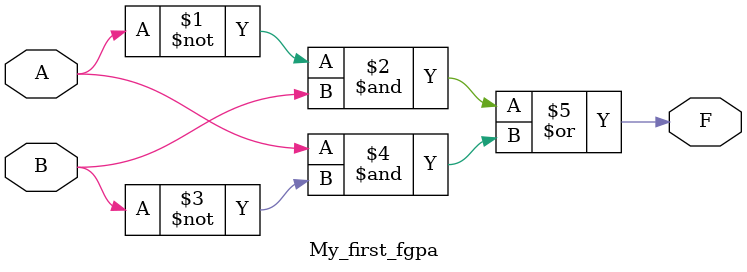
<source format=v>
`timescale 1ns / 1ps


module My_first_fgpa(
    input A,
    input B,
    output F
    );
    assign F=~A&B | A&~B;
endmodule

</source>
